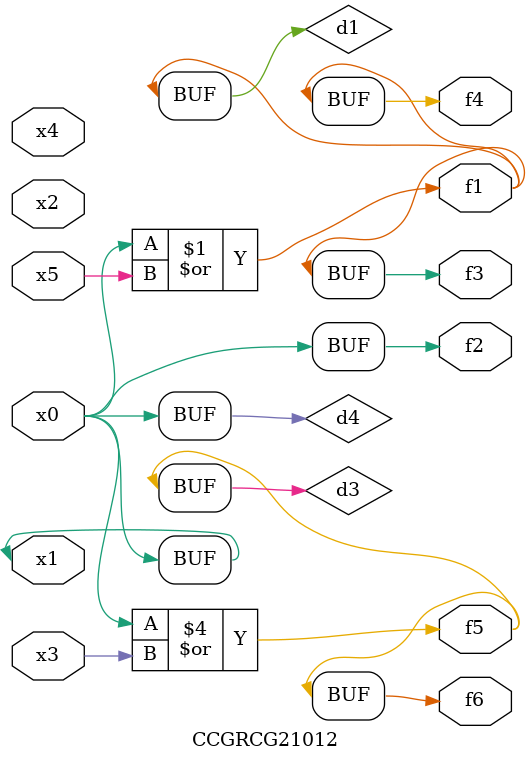
<source format=v>
module CCGRCG21012(
	input x0, x1, x2, x3, x4, x5,
	output f1, f2, f3, f4, f5, f6
);

	wire d1, d2, d3, d4;

	or (d1, x0, x5);
	xnor (d2, x1, x4);
	or (d3, x0, x3);
	buf (d4, x0, x1);
	assign f1 = d1;
	assign f2 = d4;
	assign f3 = d1;
	assign f4 = d1;
	assign f5 = d3;
	assign f6 = d3;
endmodule

</source>
